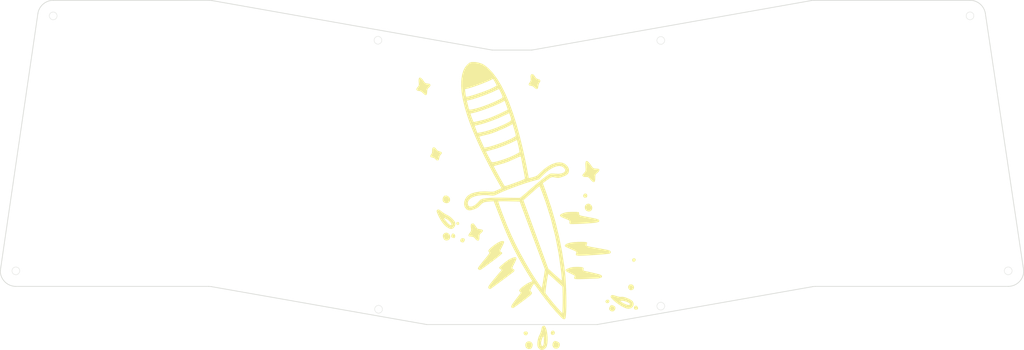
<source format=kicad_pcb>
(kicad_pcb (version 20211014) (generator pcbnew)
  (layers (0 "F.Cu" signal) (31 "B.Cu" signal) (34 "B.Paste" user) (35 "F.Paste" user) (36 "B.SilkS" user "B.Silkscreen") (37 "F.SilkS" user "F.Silkscreen") (38 "B.Mask" user) (39 "F.Mask" user) (44 "Edge.Cuts" user))
  (net 0 "")
  (footprint "LOGO" (layer "F.Cu") (at 207.267002 177.842762 20)
    (fp_text reference "G***" hide)
    (fp_text value "LOGO" hide)
    (fp_poly (pts (xy -11.183798 7.562368) (xy -10.832308 7.783039) (xy -10.759723 8.017861) (xy -10.883617 8.23833) (xy -11.215017 8.621247) (xy -11.693498 9.099568) (xy -11.940022 9.327462) (xy -12.495738 9.834403) (xy -12.82515 10.166754) (xy -12.964508 10.385549) (xy -12.95006 10.551823) (xy -12.818052 10.726612) (xy -12.78966 10.758103) (xy -12.57402 11.048971) (xy -12.607173 11.256838) (xy -12.71823 11.382713) (xy -12.937198 11.48672) (xy -13.437497 11.669101) (xy -14.161007 11.912183) (xy -15.049607 12.198292) (xy -16.045179 12.509754) (xy -17.089601 12.828897) (xy -18.124754 13.138046) (xy -19.092517 13.419528) (xy -19.934771 13.65567) (xy -20.593396 13.828798) (xy -21.01027 13.921239) (xy -21.100972 13.931784) (xy -21.367098 13.811622) (xy -21.531716 13.655353) (xy -21.666327 13.304412) (xy -21.587777 13.097293) (xy -21.382156 12.918688) (xy -20.924628 12.601235) (xy -20.269972 12.180429) (xy -19.472968 11.691763) (xy -18.838519 11.315952) (xy -17.888299 10.755456) (xy -17.208952 10.33753) (xy -16.762779 10.033761) (xy -16.512083 9.815734) (xy -16.419163 9.655035) (xy -16.446323 9.523248) (xy -16.450643 9.516128) (xy -16.567573 9.211188) (xy -16.477617 8.94349) (xy -16.144809 8.682685) (xy -15.533182 8.398423) (xy -14.807693 8.129793) (xy -13.642523 7.772453) (xy -12.625652 7.558092) (xy -11.793828 7.487725)) (layer "F.SilkS") (width 0) (fill solid))
    (fp_poly (pts (xy -0.706971 -49.952675) (xy -0.552956 -49.913278) (xy 0.419692 -49.533675) (xy 1.400204 -48.94276) (xy 2.252474 -48.231719) (xy 2.668129 -47.755236) (xy 3.644255 -46.163752) (xy 4.458478 -44.260263) (xy 5.110705 -42.046247) (xy 5.600841 -39.52318) (xy 5.92879 -36.692539) (xy 6.094459 -33.555801) (xy 6.097752 -30.114442) (xy 5.938576 -26.36994) (xy 5.616835 -22.32377) (xy 5.132435 -17.977411) (xy 4.755628 -15.169445) (xy 4.581085 -13.961771) (xy 4.403007 -12.764125) (xy 4.234261 -11.660597) (xy 4.087712 -10.735276) (xy 3.976225 -10.072252) (xy 3.972998 -10.054167) (xy 3.852371 -9.377842) (xy 3.759789 -8.854261) (xy 3.709496 -8.564169) (xy 3.704407 -8.531488) (xy 3.865616 -8.50517) (xy 4.292095 -8.456926) (xy 4.897752 -8.396359) (xy 5.01474 -8.385303) (xy 5.684204 -8.33319) (xy 6.174756 -8.344554) (xy 6.62037 -8.445041) (xy 7.155019 -8.6603) (xy 7.645377 -8.888916) (xy 9.284191 -9.565914) (xy 10.831897 -10.009008) (xy 12.261738 -10.221564) (xy 13.54696 -10.206946) (xy 14.660807 -9.968517) (xy 15.576524 -9.509642) (xy 16.267356 -8.833685) (xy 16.706547 -7.94401) (xy 16.761363 -7.742693) (xy 16.868271 -7.156055) (xy 16.835888 -6.719654) (xy 16.675233 -6.300383) (xy 16.350477 -5.792974) (xy 15.905021 -5.461774) (xy 15.270645 -5.277964) (xy 14.379125 -5.212728) (xy 14.097738 -5.211627) (xy 13.358465 -5.231584) (xy 12.834001 -5.30442) (xy 12.38681 -5.465553) (xy 11.879356 -5.750405) (xy 11.789364 -5.806102) (xy 11.390658 -6.048668) (xy 11.062019 -6.205362) (xy 10.732758 -6.27408) (xy 10.33219 -6.252719) (xy 9.789627 -6.139177) (xy 9.034381 -5.93135) (xy 8.24618 -5.700677) (xy 7.408333 -5.454389) (xy 7.405766 -1.801153) (xy 7.290973 2.938981) (xy 6.96039 7.773206) (xy 6.424884 12.613416) (xy 5.695324 17.371504) (xy 4.782575 21.959363) (xy 4.148994 24.603557) (xy 3.753667 26.050839) (xy 3.264206 27.6928) (xy 2.709686 29.442644) (xy 2.119179 31.213578) (xy 1.521758 32.918805) (xy 0.946495 34.471532) (xy 0.422464 35.784963) (xy 0.33312 35.995571) (xy -0.046949 36.865637) (xy -0.32866 37.459299) (xy -0.544467 37.82778) (xy -0.726828 38.022302) (xy -0.908199 38.094088) (xy -1.000303 38.1) (xy -1.270371 38.041922) (xy -1.50128 37.820406) (xy -1.754755 37.364527) (xy -1.882945 37.085764) (xy -2.81728 34.859277) (xy -3.7415 32.409708) (xy -4.610579 29.865018) (xy -5.164196 28.056496) (xy -3.880556 28.056496) (xy -3.822676 28.340942) (xy -3.66422 28.889051) (xy -3.427961 29.633975) (xy -3.136676 30.508866) (xy -2.813139 31.446878) (xy -2.480124 32.381163) (xy -2.160407 33.244873) (xy -1.876762 33.971162) (xy -1.810894 34.13125) (xy -1.5522 34.756753) (xy -1.328306 35.307953) (xy -1.208821 35.610921) (xy -1.067633 35.900525) (xy -0.980826 35.963699) (xy -0.892135 35.781709) (xy -0.703524 35.340882) (xy -0.444145 34.7107) (xy -0.190926 34.080885) (xy 0.174365 33.132352) (xy 0.588051 32.009653) (xy 0.991237 30.874692) (xy 1.237958 30.152819) (xy 1.94458 28.039007) (xy 0.511287 25.299025) (xy 0.045716 24.416457) (xy -0.36176 23.658167) (xy -0.684269 23.073014) (xy -0.894938 22.709857) (xy -0.966324 22.612507) (xy -1.145926 22.882614) (xy -1.440842 23.383641) (xy -1.816912 24.051771) (xy -2.239974 24.82319) (xy -2.675867 25.63408) (xy -3.090429 26.420627) (xy -3.449499 27.119013) (xy -3.718916 27.665424) (xy -3.864517 27.996043) (xy -3.880556 28.056496) (xy -5.164196 28.056496) (xy -5.379494 27.353172) (xy -5.653287 26.370139) (xy -5.881616 25.548627) (xy -6.088056 24.851562) (xy -6.25072 24.349832) (xy -6.347726 24.114323) (xy -6.351008 24.110175) (xy -6.530898 24.150799) (xy -6.889389 24.38986) (xy -7.354071 24.777916) (xy -7.428159 24.845644) (xy -7.92053 25.32315) (xy -8.172774 25.637408) (xy -8.221548 25.843899) (xy -8.157987 25.95026) (xy -7.944477 26.360815) (xy -8.055145 26.748243) (xy -8.42257 27.006954) (xy -9.053689 27.23525) (xy -9.867387 27.507451) (xy -10.800504 27.804864) (xy -11.789881 28.1088) (xy -12.772358 28.400566) (xy -13.684775 28.661472) (xy -14.463973 28.872827) (xy -15.046792 29.015939) (xy -15.370074 29.072118) (xy -15.398133 29.071262) (xy -15.711296 28.910553) (xy -15.786806 28.589752) (xy -15.737441 28.381283) (xy -15.560417 28.145464) (xy -15.212336 27.845234) (xy -14.649804 27.443536) (xy -13.829423 26.90331) (xy -13.758334 26.857491) (xy -12.995675 26.367624) (xy -12.327186 25.940429) (xy -11.815226 25.615601) (xy -11.522156 25.432831) (xy -11.491106 25.414392) (xy -11.343131 25.258344) (xy -11.425703 25.003845) (xy -11.487658 24.900545) (xy -11.631283 24.580724) (xy -11.530447 24.351238) (xy -11.46183 24.283951) (xy -11.031252 24.015914) (xy -10.356734 23.734882) (xy -9.544263 23.472595) (xy -8.69983 23.260794) (xy -7.929423 23.131219) (xy -7.528739 23.106094) (xy -6.954251 23.093685) (xy -6.660169 23.039414) (xy -6.574586 22.919559) (xy -6.595786 22.798264) (xy -6.694953 22.403619) (xy -6.842497 21.732824) (xy -7.024358 20.856935) (xy -7.226475 19.847009) (xy -7.43479 18.774105) (xy -7.63524 17.70928) (xy -7.813767 16.723591) (xy -7.92199 16.095907) (xy -8.275086 13.884982) (xy -8.564658 11.825486) (xy -8.797654 9.838048) (xy -8.981027 7.843294) (xy -9.121726 5.761851) (xy -9.226703 3.514347) (xy -9.302909 1.021409) (xy -9.323823 0.088194) (xy -9.375387 -2.407333) (xy -8.164471 -2.407333) (xy -8.161684 -1.280116) (xy -8.152748 -0.204085) (xy -8.064017 3.287695) (xy -7.869398 6.657523) (xy -7.559057 9.997721) (xy -7.123158 13.400609) (xy -6.551867 16.958509) (xy -6.017041 19.84375) (xy -5.828599 20.762398) (xy -5.608347 21.758518) (xy -5.371054 22.773784) (xy -5.131484 23.749872) (xy -4.904405 24.628454) (xy -4.704583 25.351206) (xy -4.546785 25.8598) (xy -4.445776 26.095913) (xy -4.431719 26.105555) (xy -4.314569 25.958777) (xy -4.059953 25.552287) (xy -3.697898 24.936855) (xy -3.258433 24.163247) (xy -2.892827 23.503819) (xy -1.528875 21.019079) (xy -0.352778 21.019079) (xy 1.014236 23.634709) (xy 1.470278 24.484055) (xy 1.874924 25.193911) (xy 2.199704 25.717809) (xy 2.416148 26.00928) (xy 2.491311 26.045655) (xy 2.56908 25.810065) (xy 2.710752 25.295838) (xy 2.899362 24.567722) (xy 3.117945 23.690463) (xy 3.23823 23.195139) (xy 4.435228 17.565189) (xy 5.324764 11.914073) (xy 5.901088 6.288914) (xy 6.158452 0.736831) (xy 6.172607 -0.856719) (xy 6.171412 -2.16568) (xy 6.165032 -3.162375) (xy 6.150356 -3.887311) (xy 6.12427 -4.380996) (xy 6.083665 -4.683934) (xy 6.025427 -4.836634) (xy 5.946445 -4.879601) (xy 5.86493 -4.861705) (xy 5.606023 -4.762251) (xy 5.077974 -4.557161) (xy 4.340089 -4.269548) (xy 3.451671 -3.922523) (xy 2.601736 -3.589991) (xy -0.352778 -2.433204) (xy -0.352778 21.019079) (xy -1.528875 21.019079) (xy -1.464652 20.902083) (xy -1.625786 -2.428569) (xy -4.817285 -3.677485) (xy -5.807034 -4.058123) (xy -6.681836 -4.381853) (xy -7.390022 -4.630596) (xy -7.879919 -4.78627) (xy -8.099858 -4.830796) (xy -8.105434 -4.82805) (xy -8.12974 -4.632039) (xy -8.148009 -4.131268) (xy -8.159749 -3.373708) (xy -8.164471 -2.407333) (xy -9.375387 -2.407333) (xy -9.436806 -5.379861) (xy -10.759723 -5.76595) (xy -11.627263 -6.002982) (xy -12.26876 -6.118293) (xy -12.790751 -6.107818) (xy -13.299772 -5.967494) (xy -13.90236 -5.693257) (xy -14.003677 -5.64221) (xy -14.710155 -5.325849) (xy -15.343451 -5.165746) (xy -16.098548 -5.116048) (xy -16.244336 -5.115278) (xy -17.216203 -5.170074) (xy -17.908975 -5.349365) (xy -18.381221 -5.675505) (xy -18.622257 -6.022803) (xy -18.855224 -6.827987) (xy -18.838379 -7.023853) (xy -17.614229 -7.023853) (xy -17.603253 -6.901181) (xy -17.401251 -6.501455) (xy -16.950839 -6.274613) (xy -16.311049 -6.220534) (xy -15.540914 -6.339092) (xy -14.699466 -6.630167) (xy -14.148253 -6.908377) (xy -13.527345 -7.227707) (xy -13.037918 -7.370051) (xy -12.532774 -7.374734) (xy -12.438697 -7.365116) (xy -11.552998 -7.203105) (xy -10.361364 -6.883401) (xy -8.872088 -6.40866) (xy -7.093465 -5.781541) (xy -5.033787 -5.0047) (xy -4.850695 -4.933667) (xy -3.798841 -4.527545) (xy -2.852875 -4.16756) (xy -2.063928 -3.872741) (xy -1.483131 -3.66212) (xy -1.161613 -3.554726) (xy -1.119722 -3.54504) (xy -0.902325 -3.601228) (xy -0.406654 -3.768165) (xy 0.317173 -4.027722) (xy 1.219035 -4.361771) (xy 2.248812 -4.752183) (xy 2.737155 -4.940098) (xy 4.558417 -5.629705) (xy 6.232395 -6.23491) (xy 7.720001 -6.742596) (xy 8.982149 -7.139644) (xy 9.979754 -7.412937) (xy 10.353596 -7.496393) (xy 10.745124 -7.516781) (xy 11.213358 -7.408314) (xy 11.848929 -7.145546) (xy 12.195093 -6.979345) (xy 13.189328 -6.571618) (xy 14.084123 -6.362758) (xy 14.823642 -6.358861) (xy 15.352052 -6.56602) (xy 15.421428 -6.627183) (xy 15.631408 -6.885724) (xy 15.677151 -7.156724) (xy 15.561316 -7.562205) (xy 15.447923 -7.843256) (xy 15.014866 -8.446945) (xy 14.327839 -8.84739) (xy 13.420594 -9.045473) (xy 12.326883 -9.042076) (xy 11.080459 -8.838083) (xy 9.715074 -8.434376) (xy 8.26448 -7.831837) (xy 7.882941 -7.645442) (xy 6.66666 -7.032933) (xy 4.47025 -7.220633) (xy 3.118063 -7.308681) (xy 1.528311 -7.367543) (xy -0.202578 -7.397271) (xy -1.978177 -7.397918) (xy -3.70206 -7.369534) (xy -5.277801 -7.312171) (xy -6.608971 -7.225881) (xy -6.736223 -7.214635) (xy -7.633819 -7.135533) (xy -8.261461 -7.096153) (xy -8.700432 -7.103285) (xy -9.032015 -7.163718) (xy -9.337494 -7.284242) (xy -9.676994 -7.460284) (xy -10.853102 -8.008407) (xy -12.138411 -8.468284) (xy -13.397494 -8.797215) (xy -14.386575 -8.945253) (xy -15.509595 -8.931836) (xy -16.422364 -8.71488) (xy -17.09639 -8.312493) (xy -17.503176 -7.742782) (xy -17.614229 -7.023853) (xy -18.838379 -7.023853) (xy -18.783111 -7.666472) (xy -18.440339 -8.475697) (xy -17.861329 -9.193099) (xy -17.080505 -9.756118) (xy -16.417875 -10.02922) (xy -15.328665 -10.201099) (xy -14.034055 -10.142479) (xy -12.587354 -9.862698) (xy -11.041869 -9.371096) (xy -9.883048 -8.88436) (xy -9.20718 -8.581264) (xy -8.708322 -8.407057) (xy -8.246045 -8.336732) (xy -7.679922 -8.345279) (xy -7.099653 -8.388655) (xy -6.434044 -8.446014) (xy -5.928462 -8.494519) (xy -5.664726 -8.526128) (xy -5.644686 -8.531627) (xy -5.673604 -8.70303) (xy -5.750628 -9.140921) (xy -5.861516 -9.764564) (xy -5.913277 -10.054167) (xy -6.444432 -13.248412) (xy -6.837502 -16.001902) (xy -5.57634 -16.001902) (xy -5.568248 -15.819241) (xy -5.511892 -15.352579) (xy -5.417183 -14.665861) (xy -5.294033 -13.823034) (xy -5.152353 -12.888045) (xy -5.002055 -11.924839) (xy -4.853051 -10.997362) (xy -4.715253 -10.169562) (xy -4.598571 -9.505384) (xy -4.512918 -9.068774) (xy -4.483566 -8.951736) (xy -4.421909 -8.844706) (xy -4.283004 -8.765532) (xy -4.019885 -8.710087) (xy -3.585587 -8.674247) (xy -2.933145 -8.653884) (xy -2.015595 -8.644873) (xy -0.970139 -8.643056) (xy 0.214745 -8.645552) (xy 1.093749 -8.655789) (xy 1.713753 -8.677896) (xy 2.121636 -8.715996) (xy 2.364277 -8.774217) (xy 2.488556 -8.856684) (xy 2.536989 -8.951736) (xy 2.594898 -9.22517) (xy 2.695681 -9.780418) (xy 2.827795 -10.550739) (xy 2.979697 -11.469393) (xy 3.078504 -12.082639) (xy 3.238768 -13.085675) (xy 3.386462 -14.007032) (xy 3.509574 -14.772) (xy 3.596091 -15.305869) (xy 3.624427 -15.478125) (xy 3.665668 -15.711052) (xy 3.667857 -15.876541) (xy 3.583334 -15.980972) (xy 3.364439 -16.030721) (xy 2.963512 -16.032168) (xy 2.332893 -15.99169) (xy 1.424921 -15.915664) (xy 0.77369 -15.85961) (xy -0.773746 -15.76567) (xy -2.175933 -15.771914) (xy -3.492942 -15.865317) (xy -4.295737 -15.938254) (xy -4.958703 -15.988171) (xy -5.409869 -16.010352) (xy -5.57634 -16.001902) (xy -6.837502 -16.001902) (xy -6.910014 -16.509856) (xy -7.304876 -19.780275) (xy -7.436012 -21.104471) (xy -6.26511 -21.104471) (xy -6.227184 -20.640024) (xy -6.153384 -20.007199) (xy -6.056459 -19.295508) (xy -5.949156 -18.594461) (xy -5.844224 -17.993569) (xy -5.754409 -17.582344) (xy -5.704896 -17.452494) (xy -5.379155 -17.303788) (xy -4.762793 -17.179048) (xy -3.917318 -17.080872) (xy -2.904237 -17.01186) (xy -1.78506 -16.974611) (xy -0.621295 -16.971725) (xy 0.525551 -17.005801) (xy 1.593968 -17.079439) (xy 2.028472 -17.125656) (xy 2.746603 -17.224237) (xy 3.329042 -17.326626) (xy 3.688347 -17.41644) (xy 3.754687 -17.449083) (xy 3.831374 -17.668887) (xy 3.931359 -18.161384) (xy 4.040446 -18.848485) (xy 4.12426 -19.481937) (xy 4.355117 -21.382693) (xy 3.456378 -21.277945) (xy 2.206526 -21.162742) (xy 0.798667 -21.08323) (xy -0.665625 -21.041011) (xy -2.084773 -21.037687) (xy -3.357202 -21.07486) (xy -4.381336 -21.154131) (xy -4.382953 -21.15432) (xy -5.140756 -21.237174) (xy -5.754183 -21.293787) (xy -6.148197 -21.317875) (xy -6.254414 -21.31103) (xy -6.26511 -21.104471) (xy -7.436012 -21.104471) (xy -7.62387 -23.001441) (xy -7.861848 -26.115129) (xy -7.874235 -26.355657) (xy -6.679888 -26.355657) (xy -6.664473 -25.895423) (xy -6.626929 -25.230536) (xy -6.581668 -24.58037) (xy -6.438195 -22.665973) (xy -5.291667 -22.464525) (xy -4.510855 -22.369196) (xy -3.468437 -22.301354) (xy -2.254548 -22.261427) (xy -0.959322 -22.249843) (xy 0.327109 -22.267033) (xy 1.51461 -22.313423) (xy 2.513049 -22.389444) (xy 2.822222 -22.425933) (xy 3.51492 -22.529122) (xy 4.066671 -22.630295) (xy 4.389218 -22.712524) (xy 4.43288 -22.734838) (xy 4.488693 -22.944729) (xy 4.553802 -23.430048) (xy 4.619338 -24.113913) (xy 4.666712 -24.761656) (xy 4.789191 -26.680951) (xy 4.290776 -26.578579) (xy 3.954058 -26.5336) (xy 3.334271 -26.47329) (xy 2.500489 -26.403512) (xy 1.521783 -26.330126) (xy 0.705555 -26.274368) (xy -0.583311 -26.198858) (xy -1.621832 -26.162297) (xy -2.510394 -26.165694) (xy -3.349383 -26.210057) (xy -4.239187 -26.296395) (xy -4.497917 -26.326643) (xy -5.318635 -26.421311) (xy -6.000562 -26.492655) (xy -6.473953 -26.533895) (xy -6.669063 -26.538252) (xy -6.669863 -26.537762) (xy -6.679888 -26.355657) (xy -7.874235 -26.355657) (xy -7.95348 -27.894456) (xy -6.879167 -27.894456) (xy -5.953126 -27.711282) (xy -4.653919 -27.520509) (xy -3.110803 -27.401913) (xy -1.425624 -27.357629) (xy 0.299774 -27.389791) (xy 1.963546 -27.500533) (xy 2.32994 -27.537686) (xy 3.334632 -27.650384) (xy 4.041309 -27.755994) (xy 4.502389 -27.888021) (xy 4.77029 -28.079973) (xy 4.897431 -28.365354) (xy 4.936231 -28.77767) (xy 4.938888 -29.205315) (xy 4.938888 -30.373527) (xy 3.836458 -30.244828) (xy 2.191889 -30.094867) (xy 0.409784 -30.005314) (xy -1.412486 -29.976142) (xy -3.17755 -30.007328) (xy -4.788038 -30.098843) (xy -6.125223 -30.247444) (xy -6.879167 -30.360505) (xy -6.879167 -27.894456) (xy -7.95348 -27.894456) (xy -8.013664 -29.063111) (xy -8.074169 -31.787163) (xy -8.056247 -33.084803) (xy -6.879167 -33.084803) (xy -6.864886 -32.402825) (xy -6.826759 -31.878408) (xy -6.771864 -31.592907) (xy -6.746876 -31.563832) (xy -6.524991 -31.536391) (xy -6.037464 -31.470698) (xy -5.367922 -31.378124) (xy -4.938889 -31.317969) (xy -3.219938 -31.13571) (xy -1.462319 -31.07717) (xy 0.433992 -31.142247) (xy 2.38125 -31.310592) (xy 3.27104 -31.404837) (xy 4.024775 -31.484115) (xy 4.578377 -31.541731) (xy 4.867766 -31.570987) (xy 4.894791 -31.573287) (xy 4.914628 -31.736395) (xy 4.929837 -32.17167) (xy 4.938072 -32.798507) (xy 4.938888 -33.088421) (xy 4.938888 -34.603231) (xy 4.27743 -34.495972) (xy 3.348506 -34.379079) (xy 2.211967 -34.289057) (xy 0.931866 -34.225891) (xy -0.427746 -34.189565) (xy -1.802817 -34.180065) (xy -3.129293 -34.197374) (xy -4.343125 -34.241478) (xy -5.380258 -34.31236) (xy -6.176641 -34.410006) (xy -6.570487 -34.498591) (xy -6.720094 -34.512498) (xy -6.811972 -34.396795) (xy -6.859843 -34.088626) (xy -6.87743 -33.525137) (xy -6.879167 -33.084803) (xy -8.056247 -33.084803) (xy -8.041795 -34.13125) (xy -7.931622 -36.039846) (xy -6.811775 -36.039846) (xy -6.736467 -35.860078) (xy -6.510724 -35.731133) (xy -6.078526 -35.62929) (xy -5.383855 -35.530827) (xy -4.836084 -35.465628) (xy -3.435906 -35.353801) (xy -1.8212 -35.308052) (xy -0.123998 -35.328504) (xy 1.523671 -35.415278) (xy 2.041934 -35.459233) (xy 3.08865 -35.554794) (xy 3.833956 -35.634748) (xy 4.32589 -35.731818) (xy 4.612495 -35.878727) (xy 4.74181 -36.108199) (xy 4.761876 -36.452957) (xy 4.720734 -36.945725) (xy 4.691694 -37.264158) (xy 4.628513 -37.936524) (xy 4.566032 -38.45906) (xy 4.515193 -38.744118) (xy 4.503687 -38.770386) (xy 4.311775 -38.779406) (xy 3.842852 -38.752092) (xy 3.170215 -38.693811) (xy 2.471352 -38.621543) (xy 1.636388 -38.556785) (xy 0.582535 -38.516157) (xy -0.610301 -38.498596) (xy -1.862215 -38.503041) (xy -3.093301 -38.52843) (xy -4.223653 -38.573699) (xy -5.173364 -38.637788) (xy -5.86253 -38.719634) (xy -5.938205 -38.733321) (xy -6.496549 -38.841216) (xy -6.606198 -37.80915) (xy -6.680549 -37.150468) (xy -6.75417 -36.563238) (xy -6.792668 -36.29416) (xy -6.811775 -36.039846) (xy -7.931622 -36.039846) (xy -7.876948 -36.987001) (xy -7.593481 -39.530999) (xy -7.456191 -40.291073) (xy -6.28319 -40.291073) (xy -6.281089 -40.088967) (xy -6.28082 -40.08869) (xy -6.010012 -39.990251) (xy -5.44455 -39.904266) (xy -4.642388 -39.832245) (xy -3.661478 -39.7757) (xy -2.559776 -39.73614) (xy -1.395235 -39.715076) (xy -0.225809 -39.714018) (xy 0.890549 -39.734478) (xy 1.895885 -39.777965) (xy 2.732245 -39.845991) (xy 2.788204 -39.852316) (xy 3.427633 -39.937582) (xy 3.919428 -40.024062) (xy 4.167725 -40.094571) (xy 4.176686 -40.101224) (xy 4.19672 -40.312214) (xy 4.153116 -40.768894) (xy 4.056826 -41.363819) (xy 3.837382 -42.52683) (xy 2.580149 -42.385985) (xy 1.829413 -42.326485) (xy 0.845841 -42.283692) (xy -0.282645 -42.257832) (xy -1.46812 -42.249129) (xy -2.622661 -42.257808) (xy -3.658344 -42.284094) (xy -4.487246 -42.328213) (xy -4.875995 -42.366894) (xy -5.783239 -42.488649) (xy -6.074097 -41.330737) (xy -6.208865 -40.737009) (xy -6.28319 -40.291073) (xy -7.456191 -40.291073) (xy -7.186253 -41.785517) (xy -6.650125 -43.77283) (xy -5.979956 -45.515211) (xy -5.170608 -47.034935) (xy -5.004323 -47.294809) (xy -4.251119 -48.297813) (xy -3.453341 -49.04212) (xy -2.509057 -49.61712) (xy -2.181613 -49.770123) (xy -1.636823 -49.981449) (xy -1.208851 -50.036712)) (layer "F.SilkS") (width 0) (fill solid))
    (fp_poly (pts (xy 16.389715 -39.56473) (xy 16.643712 -39.170778) (xy 16.83723 -38.467184) (xy 16.850281 -38.399208) (xy 17.052454 -37.83884) (xy 17.449991 -37.489556) (xy 17.483298 -37.471884) (xy 17.887624 -37.136749) (xy 17.974192 -36.761412) (xy 17.74025 -36.418658) (xy 17.527822 -36.293596) (xy 17.122964 -35.957822) (xy 16.770092 -35.394118) (xy 16.740341 -35.327238) (xy 16.413575 -34.765447) (xy 16.075765 -34.552021) (xy 15.744428 -34.687467) (xy 15.437083 -35.172289) (xy 15.38894 -35.288321) (xy 15.050598 -35.881511) (xy 14.560681 -36.232454) (xy 14.521185 -36.249459) (xy 14.070456 -36.529858) (xy 13.970278 -36.844944) (xy 14.220603 -37.190259) (xy 14.533684 -37.406961) (xy 15.006648 -37.796904) (xy 15.236843 -38.32413) (xy 15.254896 -38.412001) (xy 15.445796 -39.13833) (xy 15.697948 -39.551052) (xy 16.034526 -39.687276) (xy 16.051388 -39.6875)) (layer "F.SilkS") (width 0) (fill solid))
    (fp_poly (pts (xy -5.842501 43.885928) (xy -5.630877 44.083653) (xy -5.225535 44.613034) (xy -5.149049 45.105709) (xy -5.394875 45.634329) (xy -5.480858 45.749129) (xy -5.970886 46.124393) (xy -6.547308 46.202155) (xy -7.1007 45.975417) (xy -7.231945 45.861111) (xy -7.534845 45.333232) (xy -7.547452 44.722628) (xy -7.274538 44.139943) (xy -7.151768 44.00101) (xy -6.702069 43.655297) (xy -6.292869 43.615457)) (layer "F.SilkS") (width 0) (fill solid))
    (fp_poly (pts (xy -8.135748 37.781749) (xy -7.852996 37.850455) (xy -7.705435 38.036305) (xy -7.636862 38.437282) (xy -7.618754 38.683103) (xy -7.648484 39.540907) (xy -7.815229 40.541315) (xy -8.090119 41.597282) (xy -8.444286 42.621764) (xy -8.84886 43.527716) (xy -9.274972 44.228094) (xy -9.562007 44.542265) (xy -10.200526 44.903586) (xy -10.868383 44.991587) (xy -11.470874 44.807443) (xy -11.805254 44.514406) (xy -12.068127 44.006758) (xy -12.170834 43.484246) (xy -12.147595 43.357415) (xy -10.878844 43.357415) (xy -10.818312 43.729879) (xy -10.619311 43.850532) (xy -10.324462 43.682575) (xy -10.075148 43.359715) (xy -9.892922 42.999687) (xy -9.682198 42.487773) (xy -9.478716 41.926541) (xy -9.318217 41.418555) (xy -9.23644 41.066382) (xy -9.242322 40.969716) (xy -9.414475 41.016837) (xy -9.710688 41.279904) (xy -10.063386 41.67867) (xy -10.404994 42.132889) (xy -10.667938 42.562317) (xy -10.758281 42.769938) (xy -10.878844 43.357415) (xy -12.147595 43.357415) (xy -12.05447 42.849167) (xy -11.746113 42.080807) (xy -11.306863 41.291641) (xy -10.797822 40.594144) (xy -10.369288 40.167971) (xy -9.870648 39.677877) (xy -9.371171 39.044743) (xy -9.128392 38.663693) (xy -8.806558 38.136314) (xy -8.556849 37.862341) (xy -8.303824 37.774747)) (layer "F.SilkS") (width 0) (fill solid))
    (fp_poly (pts (xy -27.211227 -1.11363) (xy -26.841859 -0.826479) (xy -26.508659 -0.280486) (xy -26.451122 0.276538) (xy -26.619515 0.780265) (xy -26.964109 1.166365) (xy -27.435174 1.370507) (xy -27.982979 1.328362) (xy -28.359364 1.136525) (xy -28.626942 0.851376) (xy -28.738887 0.417164) (xy -28.751389 0.088194) (xy -28.701873 -0.474611) (xy -28.521603 -0.821825) (xy -28.359364 -0.960137) (xy -27.765828 -1.211684)) (layer "F.SilkS") (width 0) (fill solid))
    (fp_poly (pts (xy -5.620925 40.364885) (xy -5.408078 40.723075) (xy -5.41927 41.161539) (xy -5.468056 41.275) (xy -5.783168 41.555858) (xy -6.206066 41.612331) (xy -6.582312 41.440967) (xy -6.688183 41.30227) (xy -6.730579 40.901255) (xy -6.532423 40.505047) (xy -6.180682 40.249539) (xy -5.993427 40.216666)) (layer "F.SilkS") (width 0) (fill solid))
    (fp_poly (pts (xy 22.946935 34.855817) (xy 23.331613 35.124915) (xy 23.563464 35.545478) (xy 23.564028 36.053668) (xy 23.502969 36.223438) (xy 23.152174 36.633112) (xy 22.64951 36.749623) (xy 22.195794 36.620361) (xy 21.842887 36.273611) (xy 21.719042 35.781797) (xy 21.837997 35.279295) (xy 22.032944 35.027372) (xy 22.487892 34.802023)) (layer "F.SilkS") (width 0) (fill solid))
    (fp_poly (pts (xy -23.161487 -12.369273) (xy -22.748151 -11.982501) (xy -22.466944 -11.477665) (xy -22.401389 -11.120518) (xy -22.541848 -10.505314) (xy -22.907401 -10.092804) (xy -23.414315 -9.915163) (xy -23.978857 -10.004565) (xy -24.457589 -10.330443) (xy -24.76781 -10.727236) (xy -24.832548 -11.131528) (xy -24.801818 -11.344679) (xy -24.560123 -11.919616) (xy -24.139543 -12.345105) (xy -23.639462 -12.522959) (xy -23.608553 -12.523611)) (layer "F.SilkS") (width 0) (fill solid))
    (fp_poly (pts (xy -13.909032 37.598516) (xy -13.631896 37.89173) (xy -13.625727 38.280654) (xy -13.689056 38.40868) (xy -14.034804 38.703771) (xy -14.459122 38.755521) (xy -14.801545 38.559193) (xy -14.954062 38.180525) (xy -14.962499 37.889222) (xy -14.834906 37.585878) (xy -14.502399 37.485236) (xy -14.394919 37.482639)) (layer "F.SilkS") (width 0) (fill solid))
    (fp_poly (pts (xy -9.930489 13.793371) (xy -9.344614 13.840392) (xy -9.025165 13.92657) (xy -8.885825 14.086174) (xy -8.854257 14.22064) (xy -8.913572 14.491296) (xy -9.178455 14.867508) (xy -9.680378 15.388955) (xy -10.069197 15.752326) (xy -10.648542 16.289443) (xy -10.999268 16.648452) (xy -11.158148 16.883665) (xy -11.161958 17.049394) (xy -11.048621 17.198799) (xy -10.786603 17.608108) (xy -10.864382 17.949828) (xy -11.203975 18.169302) (xy -11.473935 18.258297) (xy -12.012407 18.425163) (xy -12.764654 18.653692) (xy -13.675937 18.927675) (xy -14.69152 19.230906) (xy -15.756663 19.547176) (xy -16.81663 19.860277) (xy -17.816682 20.154001) (xy -18.702082 20.412141) (xy -19.418091 20.618489) (xy -19.909972 20.756836) (xy -20.122987 20.810976) (xy -20.126251 20.811187) (xy -20.31675 20.727623) (xy -20.432447 20.658948) (xy -20.596093 20.384348) (xy -20.608836 20.111259) (xy -20.513063 19.919019) (xy -20.254131 19.667839) (xy -19.798001 19.333566) (xy -19.110633 18.892046) (xy -18.157987 18.319126) (xy -17.727084 18.066454) (xy -16.823098 17.540708) (xy -16.019742 17.07669) (xy -15.368351 16.703791) (xy -14.920256 16.451403) (xy -14.728473 16.349559) (xy -14.701632 16.188474) (xy -14.882157 15.90734) (xy -15.095781 15.56204) (xy -15.124593 15.308305) (xy -14.931456 15.16831) (xy -14.46969 14.95384) (xy -13.807946 14.693831) (xy -13.014875 14.417219) (xy -12.995147 14.410732) (xy -11.994872 14.09813) (xy -11.230324 13.902337) (xy -10.611293 13.805183) (xy -10.047574 13.788494)) (layer "F.SilkS") (width 0) (fill solid))
    (fp_poly (pts (xy 6.729216 23.150658) (xy 7.480992 23.295489) (xy 8.360611 23.571679) (xy 8.73125 23.707715) (xy 9.57923 24.054545) (xy 10.114345 24.350398) (xy 10.367092 24.625259) (xy 10.367967 24.90911) (xy 10.209356 25.16096) (xy 10.075188 25.408466) (xy 10.229872 25.582387) (xy 10.238887 25.587841) (xy 10.470873 25.73368) (xy 10.940804 26.033995) (xy 11.590539 26.451466) (xy 12.361937 26.948775) (xy 12.788194 27.224178) (xy 13.689967 27.81626) (xy 14.329033 28.261443) (xy 14.745829 28.593263) (xy 14.980791 28.845257) (xy 15.074354 29.050961) (xy 15.08125 29.125977) (xy 15.012392 29.433565) (xy 14.737859 29.559413) (xy 14.552083 29.5781) (xy 13.999029 29.552781) (xy 13.581944 29.466336) (xy 13.277633 29.368463) (xy 12.698782 29.184046) (xy 11.907266 28.932732) (xy 10.964962 28.634169) (xy 9.965972 28.318187) (xy 8.721627 27.919128) (xy 7.782944 27.600134) (xy 7.116688 27.343287) (xy 6.689622 27.130671) (xy 6.46851 26.944367) (xy 6.420118 26.766459) (xy 6.511209 26.579029) (xy 6.582276 26.494032) (xy 6.808221 26.212938) (xy 6.879166 26.076967) (xy 6.762645 25.921534) (xy 6.45021 25.578819) (xy 5.997549 25.108818) (xy 5.728486 24.837283) (xy 5.099494 24.174102) (xy 4.75104 23.700564) (xy 4.687297 23.387057) (xy 4.912434 23.203971) (xy 5.430621 23.121695) (xy 5.971996 23.108229)) (layer "F.SilkS") (width 0) (fill solid))
    (fp_poly (pts (xy 26.893079 27.380296) (xy 27.113617 27.695871) (xy 27.130495 27.925476) (xy 26.938382 28.216792) (xy 26.568712 28.384633) (xy 26.188754 28.372451) (xy 26.054857 28.289116) (xy 25.932042 27.953166) (xy 26.024681 27.551166) (xy 26.182474 27.349635) (xy 26.539887 27.238879)) (layer "F.SilkS") (width 0) (fill solid))
    (fp_poly (pts (xy -21.557275 -28.338043) (xy -21.247681 -27.9832) (xy -21.064742 -27.417316) (xy -20.835701 -26.873065) (xy -20.354519 -26.47085) (xy -19.899521 -26.110588) (xy -19.785139 -25.780376) (xy -20.012477 -25.499911) (xy -20.292782 -25.37076) (xy -20.834393 -24.999928) (xy -21.130905 -24.544451) (xy -21.456298 -24.045849) (xy -21.800609 -23.84574) (xy -22.121209 -23.965304) (xy -22.175536 -24.025421) (xy -22.376694 -24.379254) (xy -22.475817 -24.637539) (xy -22.699153 -24.972829) (xy -23.103527 -25.317993) (xy -23.210097 -25.385454) (xy -23.596414 -25.646823) (xy -23.717716 -25.858491) (xy -23.643435 -26.091872) (xy -23.339507 -26.423724) (xy -23.114706 -26.544065) (xy -22.812195 -26.815694) (xy -22.557871 -27.405022) (xy -22.535735 -27.4807) (xy -22.261645 -28.089392) (xy -21.915377 -28.374307)) (layer "F.SilkS") (width 0) (fill solid))
    (fp_poly (pts (xy 14.133941 36.913619) (xy 14.4507 37.095807) (xy 14.605065 37.395412) (xy 14.52384 37.71791) (xy 14.180814 38.013611) (xy 13.775687 38.04429) (xy 13.441494 37.80653) (xy 13.405249 37.746651) (xy 13.295009 37.374107) (xy 13.414913 37.118586) (xy 13.755206 36.903122)) (layer "F.SilkS") (width 0) (fill solid))
    (fp_poly (pts (xy 19.017026 5.773646) (xy 19.37203 6.052688) (xy 19.690977 6.610864) (xy 19.732696 7.230295) (xy 19.497348 7.789656) (xy 19.369517 7.930628) (xy 18.937807 8.219786) (xy 18.470892 8.244993) (xy 18.033198 8.107443) (xy 17.609457 7.770172) (xy 17.394085 7.256212) (xy 17.395272 6.679355) (xy 17.621207 6.153396) (xy 17.87468 5.904912) (xy 18.461084 5.664337)) (layer "F.SilkS") (width 0) (fill solid))
    (fp_poly (pts (xy -22.688109 2.448244) (xy -22.43447 2.747677) (xy -22.401389 2.933095) (xy -22.540448 3.261374) (xy -22.855592 3.567955) (xy -23.193773 3.704163) (xy -23.195139 3.704166) (xy -23.505032 3.588509) (xy -23.711707 3.426984) (xy -23.940093 3.163828) (xy -23.95221 2.938767) (xy -23.806294 2.634237) (xy -23.501413 2.364424) (xy -23.08622 2.311459)) (layer "F.SilkS") (width 0) (fill solid))
    (fp_poly (pts (xy 16.433383 36.199665) (xy 16.988819 36.601633) (xy 17.207272 36.777083) (xy 17.742743 37.173891) (xy 18.218962 37.458507) (xy 18.534896 37.570756) (xy 18.540013 37.570833) (xy 19.010984 37.70349) (xy 19.604294 38.054246) (xy 20.239855 38.552281) (xy 20.837581 39.126771) (xy 21.317382 39.706897) (xy 21.599172 40.221835) (xy 21.621017 40.295365) (xy 21.645433 40.980939) (xy 21.393642 41.540209) (xy 20.931647 41.932568) (xy 20.32545 42.117411) (xy 19.641054 42.054133) (xy 19.129949 41.827903) (xy 18.500221 41.332548) (xy 17.795354 40.596295) (xy 17.08209 39.701238) (xy 16.456488 38.772971) (xy 17.913714 38.772971) (xy 17.972186 38.94547) (xy 17.978589 38.957509) (xy 18.177611 39.236721) (xy 18.537834 39.668727) (xy 18.913811 40.08656) (xy 19.433591 40.566489) (xy 19.898047 40.856148) (xy 20.252715 40.935442) (xy 20.44313 40.784276) (xy 20.461111 40.657443) (xy 20.323334 40.33927) (xy 19.968699 39.922444) (xy 19.485243 39.485766) (xy 18.961007 39.108034) (xy 18.484029 38.868046) (xy 18.449278 38.856767) (xy 18.049779 38.748318) (xy 17.913714 38.772971) (xy 16.456488 38.772971) (xy 16.42717 38.729469) (xy 16.008928 37.988982) (xy 15.66111 37.287915) (xy 15.467328 36.824098) (xy 15.407332 36.528062) (xy 15.460873 36.330337) (xy 15.506839 36.266452) (xy 15.755884 36.05114) (xy 16.043568 36.022523)) (layer "F.SilkS") (width 0) (fill solid))
    (fp_poly (pts (xy -27.054624 -9.004049) (xy -26.789336 -8.733824) (xy -26.445255 -8.209874) (xy -26.283565 -7.9375) (xy -25.87515 -7.324672) (xy -25.419273 -6.764711) (xy -25.129355 -6.479752) (xy -24.673899 -5.981388) (xy -24.219259 -5.288798) (xy -23.825454 -4.518269) (xy -23.552504 -3.786087) (xy -23.459723 -3.244858) (xy -23.621471 -2.586354) (xy -24.048179 -2.034967) (xy -24.652038 -1.694955) (xy -24.794631 -1.659879) (xy -25.245313 -1.649717) (xy -25.669821 -1.851686) (xy -25.903397 -2.033856) (xy -26.544488 -2.777638) (xy -27.0758 -3.817254) (xy -27.481193 -5.108416) (xy -27.598048 -5.77334) (xy -26.388235 -5.77334) (xy -26.379767 -5.571314) (xy -26.263133 -5.146922) (xy -26.074469 -4.599713) (xy -25.84991 -4.029237) (xy -25.625592 -3.535041) (xy -25.483417 -3.280658) (xy -25.17247 -2.904381) (xy -24.928509 -2.853357) (xy -24.771021 -3.017411) (xy -24.734777 -3.363386) (xy -24.875909 -3.880465) (xy -25.150331 -4.465151) (xy -25.513955 -5.013949) (xy -25.721467 -5.248596) (xy -26.081415 -5.581855) (xy -26.330205 -5.762714) (xy -26.388235 -5.77334) (xy -27.598048 -5.77334) (xy -27.744528 -6.606834) (xy -27.806628 -7.256445) (xy -27.854639 -7.999237) (xy -27.857591 -8.468324) (xy -27.805046 -8.741074) (xy -27.686568 -8.894856) (xy -27.576282 -8.963929) (xy -27.297985 -9.065701)) (layer "F.SilkS") (width 0) (fill solid))
    (fp_poly (pts (xy -17.89585 -50.793233) (xy -17.608566 -50.2325) (xy -17.463389 -49.745273) (xy -17.295269 -49.122601) (xy -17.132395 -48.749785) (xy -16.91076 -48.530765) (xy -16.566358 -48.369485) (xy -16.539924 -48.359368) (xy -15.980856 -48.050779) (xy -15.764449 -47.705021) (xy -15.888058 -47.35713) (xy -16.349033 -47.042137) (xy -16.648241 -46.926214) (xy -17.110811 -46.667575) (xy -17.405449 -46.198135) (xy -17.450286 -46.079344) (xy -17.758177 -45.376276) (xy -18.062715 -45.025064) (xy -18.369202 -45.024889) (xy -18.682935 -45.374935) (xy -18.920261 -45.852749) (xy -19.291065 -46.529) (xy -19.71464 -46.899543) (xy -19.781182 -46.93006) (xy -20.349288 -47.257062) (xy -20.569701 -47.6111) (xy -20.44128 -47.973221) (xy -19.96288 -48.324476) (xy -19.868133 -48.3716) (xy -19.514329 -48.587505) (xy -19.291636 -48.888066) (xy -19.12768 -49.387002) (xy -19.072538 -49.621663) (xy -18.823872 -50.422918) (xy -18.528322 -50.886536) (xy -18.210708 -51.01061)) (layer "F.SilkS") (width 0) (fill solid))
    (fp_poly (pts (xy 22.297037 42.01872) (xy 22.477237 42.44571) (xy 22.489583 42.61714) (xy 22.428724 42.998106) (xy 22.18253 43.155732) (xy 22.033512 43.180098) (xy 21.606112 43.125904) (xy 21.357489 42.968086) (xy 21.194682 42.537976) (xy 21.341451 42.112297) (xy 21.563541 41.912169) (xy 21.965294 41.820184)) (layer "F.SilkS") (width 0) (fill solid))
    (fp_poly (pts (xy 19.084388 2.323612) (xy 19.421455 2.505619) (xy 19.555628 2.849322) (xy 19.503278 3.240054) (xy 19.280774 3.563151) (xy 18.904488 3.703948) (xy 18.887291 3.704166) (xy 18.503479 3.585781) (xy 18.379722 3.4925) (xy 18.173934 3.095869) (xy 18.249907 2.702941) (xy 18.54918 2.41069) (xy 19.013289 2.316094)) (layer "F.SilkS") (width 0) (fill solid))
    (fp_poly (pts (xy -22.395595 -2.991004) (xy -22.313195 -2.645834) (xy -22.41014 -2.282469) (xy -22.710859 -2.148393) (xy -23.082933 -2.212461) (xy -23.2148 -2.368879) (xy -23.25406 -2.805569) (xy -23.042745 -3.090373) (xy -22.710859 -3.143275)) (layer "F.SilkS") (width 0) (fill solid))
    (fp_poly (pts (xy 10.761828 5.858038) (xy 11.362272 5.935809) (xy 12.067437 6.111376) (xy 12.982456 6.405628) (xy 13.066615 6.434488) (xy 13.825593 6.705188) (xy 14.463519 6.950585) (xy 14.903995 7.140187) (xy 15.062875 7.231209) (xy 15.127332 7.530998) (xy 15.029827 7.839039) (xy 14.968948 8.000408) (xy 14.974319 8.148055) (xy 15.083972 8.312778) (xy 15.335935 8.525376) (xy 15.768236 8.816651) (xy 16.418907 9.2174) (xy 17.325975 9.758424) (xy 17.60107 9.921464) (xy 18.599612 10.518721) (xy 19.330398 10.972881) (xy 19.833176 11.313741) (xy 20.147694 11.571102) (xy 20.3137 11.774762) (xy 20.370942 11.95452) (xy 20.372916 11.999515) (xy 20.335642 12.221948) (xy 20.201537 12.367226) (xy 19.937176 12.430748) (xy 19.509137 12.40791) (xy 18.883995 12.29411) (xy 18.028327 12.084744) (xy 16.908709 11.775211) (xy 15.491717 11.360906) (xy 15.281335 11.29834) (xy 14.142006 10.951099) (xy 13.114918 10.622956) (xy 12.248922 10.330751) (xy 11.592871 10.091324) (xy 11.195616 9.921513) (xy 11.099587 9.856885) (xy 11.07472 9.513262) (xy 11.206125 9.227372) (xy 11.309648 9.032455) (xy 11.305726 8.847982) (xy 11.155154 8.614255) (xy 10.818724 8.271574) (xy 10.257231 7.76024) (xy 10.221734 7.728449) (xy 9.526464 7.069461) (xy 9.122943 6.58235) (xy 9.010352 6.241878) (xy 9.187873 6.022806) (xy 9.654684 5.899894) (xy 10.160969 5.857175)) (layer "F.SilkS") (width 0) (fill solid))
    (fp_poly (pts (xy 23.313614 -7.264366) (xy 23.605741 -6.767999) (xy 23.892893 -5.919188) (xy 23.96285 -5.655297) (xy 24.140989 -4.989318) (xy 24.296623 -4.578269) (xy 24.488512 -4.333788) (xy 24.775411 -4.167512) (xy 25.018148 -4.068312) (xy 25.658672 -3.78239) (xy 25.985229 -3.530973) (xy 26.02907 -3.27593) (xy 25.869241 -3.029848) (xy 25.503521 -2.761562) (xy 24.989858 -2.528098) (xy 24.89721 -2.498187) (xy 24.50096 -2.347512) (xy 24.243541 -2.124662) (xy 24.039897 -1.729371) (xy 23.887841 -1.308281) (xy 23.573893 -0.566457) (xy 23.255827 -0.176911) (xy 22.93307 -0.139158) (xy 22.710474 -0.314357) (xy 22.487519 -0.676751) (xy 22.267514 -1.193847) (xy 22.224312 -1.322917) (xy 21.998723 -1.938147) (xy 21.756616 -2.296678) (xy 21.42059 -2.489296) (xy 21.172768 -2.556299) (xy 20.674619 -2.755664) (xy 20.33488 -3.058002) (xy 20.229031 -3.383525) (xy 20.272487 -3.507982) (xy 20.519129 -3.726325) (xy 20.951424 -3.976283) (xy 21.086826 -4.039446) (xy 21.425268 -4.209308) (xy 21.655679 -4.414064) (xy 21.831003 -4.73928) (xy 22.004182 -5.270526) (xy 22.129184 -5.724134) (xy 22.424299 -6.638175) (xy 22.721202 -7.199518) (xy 23.018204 -7.408227)) (layer "F.SilkS") (width 0) (fill solid))
    (fp_poly (pts (xy 14.992043 39.117936) (xy 15.354011 39.439973) (xy 15.626899 39.819142) (xy 15.698611 40.056495) (xy 15.542347 40.550785) (xy 15.153722 40.93759) (xy 14.652983 41.098506) (xy 14.640277 41.098611) (xy 14.099236 40.943264) (xy 13.856529 40.706585) (xy 13.647678 40.308705) (xy 13.581944 40.031777) (xy 13.719196 39.691432) (xy 14.045013 39.322212) (xy 14.430488 39.04907) (xy 14.664996 38.981944)) (layer "F.SilkS") (width 0) (fill solid))
    (fp_poly (pts (xy -18.164848 -1.007031) (xy -17.973759 -0.798762) (xy -17.797605 -0.351982) (xy -17.733917 -0.144374) (xy -17.581185 0.404386) (xy -17.482735 0.824272) (xy -17.4625 0.967005) (xy -17.31674 1.150712) (xy -16.94426 1.403128) (xy -16.65652 1.556001) (xy -16.109825 1.893565) (xy -15.914932 2.206139) (xy -16.071975 2.496671) (xy -16.581085 2.768114) (xy -16.713266 2.816263) (xy -17.189857 3.020861) (xy -17.475011 3.294051) (xy -17.685977 3.760624) (xy -17.734638 3.9033) (xy -18.006022 4.532817) (xy -18.297829 4.823227) (xy -18.627308 4.788186) (xy -18.748809 4.706287) (xy -18.969499 4.409497) (xy -19.186141 3.936525) (xy -19.228024 3.813981) (xy -19.465509 3.299946) (xy -19.850299 2.98542) (xy -20.1193 2.865163) (xy -20.675255 2.593257) (xy -20.904797 2.321266) (xy -20.805407 2.018281) (xy -20.374569 1.653397) (xy -20.001474 1.41871) (xy -19.602515 1.092728) (xy -19.392178 0.635496) (xy -19.334398 0.348744) (xy -19.163902 -0.404071) (xy -18.926887 -0.852647) (xy -18.59349 -1.043611) (xy -18.433267 -1.058334)) (layer "F.SilkS") (width 0) (fill solid))
    (fp_poly (pts (xy -14.021596 40.963637) (xy -13.623817 41.351225) (xy -13.417424 41.91357) (xy -13.405556 42.100555) (xy -13.525569 42.499416) (xy -13.817538 42.925198) (xy -14.179361 43.258489) (xy -14.499969 43.380486) (xy -14.83965 43.308557) (xy -15.113817 43.214046) (xy -15.605582 42.853144) (xy -15.834736 42.326128) (xy -15.784026 41.720357) (xy -15.50942 41.210593) (xy -15.049782 40.857202) (xy -14.525379 40.786923)) (layer "F.SilkS") (width 0) (fill solid))
    (fp_poly (pts (xy 9.256395 15.582762) (xy 10.396326 15.828457) (xy 11.70951 16.227892) (xy 11.754351 16.243293) (xy 12.797906 16.610697) (xy 13.537573 16.898631) (xy 14.006117 17.133059) (xy 14.236303 17.339946) (xy 14.260898 17.545255) (xy 14.112665 17.774952) (xy 13.924692 17.963153) (xy 13.807243 18.083486) (xy 13.763257 18.197474) (xy 13.827769 18.332885) (xy 14.035812 18.51749) (xy 14.422419 18.779056) (xy 15.022623 19.145354) (xy 15.871458 19.644153) (xy 16.526428 20.025419) (xy 17.482011 20.584106) (xy 18.362708 21.104394) (xy 19.111178 21.551988) (xy 19.670084 21.892593) (xy 19.982084 22.091914) (xy 19.985822 22.09451) (xy 20.344378 22.46666) (xy 20.436156 22.838185) (xy 20.265239 23.122959) (xy 19.931944 23.231327) (xy 19.653924 23.192023) (xy 19.085106 23.063149) (xy 18.272425 22.857067) (xy 17.262814 22.586134) (xy 16.10321 22.262711) (xy 14.840544 21.899157) (xy 14.553492 21.814989) (xy 13.050998 21.37031) (xy 11.858414 21.007178) (xy 10.946361 20.710518) (xy 10.285459 20.465259) (xy 9.84633 20.256327) (xy 9.599594 20.06865) (xy 9.515873 19.887155) (xy 9.565786 19.696769) (xy 9.719956 19.482419) (xy 9.809288 19.381003) (xy 9.930826 19.22549) (xy 9.960235 19.071495) (xy 9.863625 18.869682) (xy 9.607107 18.570719) (xy 9.156791 18.125272) (xy 8.556169 17.556816) (xy 7.895236 16.925329) (xy 7.463784 16.482165) (xy 7.227154 16.181804) (xy 7.150684 15.978728) (xy 7.199717 15.827417) (xy 7.219684 15.801578) (xy 7.633718 15.565976) (xy 8.324074 15.494152)) (layer "F.SilkS") (width 0) (fill solid))
    (fp_poly (pts (xy -25.082501 0.035277) (xy -24.892119 0.418666) (xy -24.916829 0.861333) (xy -25.117921 1.234522) (xy -25.456685 1.409475) (xy -25.496135 1.411111) (xy -25.756501 1.291433) (xy -26.013271 1.062853) (xy -26.218252 0.788993) (xy -26.202365 0.550209) (xy -26.036543 0.269103) (xy -25.67823 -0.106824) (xy -25.319373 -0.132703)) (layer "F.SilkS") (width 0) (fill solid))
  )
  (gr_arc (start 104.909663 111.275993) (mid 105.346433 111.295074) (end 105.779866 111.352236) (layer "Edge.Cuts") (width 0.2))
  (gr_line (start 299.737216 111.266961) (end 349.988138 111.266961) (layer "Edge.Cuts") (width 0.2))
  (gr_circle (center 42.586858 198.424275) (end 43.836858 198.424275) (layer "Edge.Cuts") (width 0.1) (fill none))
  (gr_line (start 300.202323 203.425) (end 299.335662 203.500683) (layer "Edge.Cuts") (width 0.2))
  (gr_arc (start 349.988138 111.266961) (mid 353.252486 112.47961) (end 354.933432 115.529349) (layer "Edge.Cuts") (width 0.2))
  (gr_line (start 235.195714 214.789072) (end 229.917923 215.718105) (layer "Edge.Cuts") (width 0.2))
  (gr_line (start 105.779866 111.352236) (end 196.050655 127.299644) (layer "Edge.Cuts") (width 0.2))
  (gr_line (start 208.81192 127.299644) (end 298.864881 111.343646) (layer "Edge.Cuts") (width 0.2))
  (gr_circle (center 250.366858 209.794275) (end 251.616858 209.794275) (layer "Edge.Cuts") (width 0.1) (fill none))
  (gr_line (start 354.933432 115.529349) (end 367.297678 198.425) (layer "Edge.Cuts") (width 0.2))
  (gr_arc (start 298.864881 111.343646) (mid 299.299366 111.286169) (end 299.737216 111.266961) (layer "Edge.Cuts") (width 0.2))
  (gr_line (start 229.917923 215.718105) (end 174.961678 215.718105) (layer "Edge.Cuts") (width 0.2))
  (gr_circle (center 159.246858 124.134275) (end 160.496858 124.134275) (layer "Edge.Cuts") (width 0.1) (fill none))
  (gr_arc (start 42.585762 203.423006) (mid 39.049521 201.957833) (end 37.585762 198.421007) (layer "Edge.Cuts") (width 0.2))
  (gr_line (start 174.961678 215.718105) (end 105.543936 203.498715) (layer "Edge.Cuts") (width 0.2))
  (gr_line (start 37.585762 198.421007) (end 49.695156 115.518342) (layer "Edge.Cuts") (width 0.2))
  (gr_circle (center 362.296858 198.424275) (end 363.546858 198.424275) (layer "Edge.Cuts") (width 0.1) (fill none))
  (gr_circle (center 159.446858 210.794275) (end 160.696858 210.794275) (layer "Edge.Cuts") (width 0.1) (fill none))
  (gr_circle (center 250.366858 124.194275) (end 251.616858 124.194275) (layer "Edge.Cuts") (width 0.1) (fill none))
  (gr_line (start 105.543936 203.498715) (end 104.677128 203.423006) (layer "Edge.Cuts") (width 0.2))
  (gr_line (start 299.335662 203.500683) (end 235.195714 214.789072) (layer "Edge.Cuts") (width 0.2))
  (gr_arc (start 367.297678 198.425) (mid 365.833212 201.960534) (end 362.297678 203.425) (layer "Edge.Cuts") (width 0.2))
  (gr_line (start 54.636494 111.279647) (end 104.909663 111.275993) (layer "Edge.Cuts") (width 0.2))
  (gr_circle (center 349.988138 116.266961) (end 351.238138 116.266961) (layer "Edge.Cuts") (width 0.1) (fill none))
  (gr_circle (center 54.626858 116.284275) (end 55.876858 116.284275) (layer "Edge.Cuts") (width 0.1) (fill none))
  (gr_line (start 196.050655 127.299644) (end 208.81192 127.299644) (layer "Edge.Cuts") (width 0.2))
  (gr_arc (start 49.695156 115.518342) (mid 51.381457 112.484602) (end 54.636494 111.279647) (layer "Edge.Cuts") (width 0.2))
  (gr_line (start 104.677128 203.423006) (end 42.585762 203.423006) (layer "Edge.Cuts") (width 0.2))
  (gr_line (start 362.297678 203.425) (end 300.202323 203.425) (layer "Edge.Cuts") (width 0.2))
)
</source>
